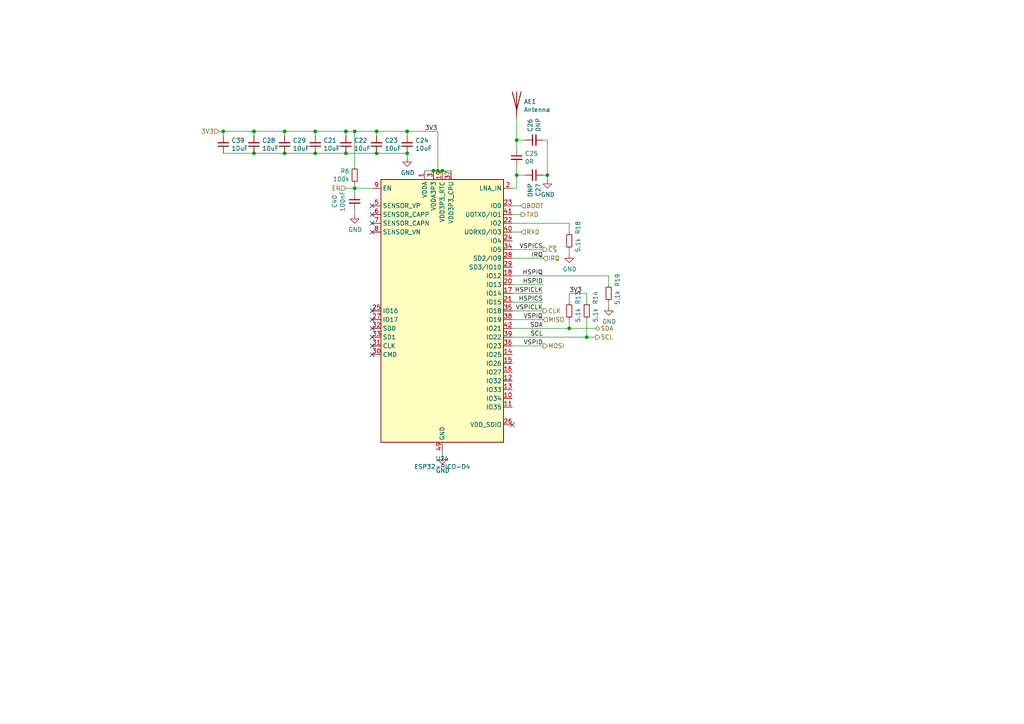
<source format=kicad_sch>
(kicad_sch (version 20211123) (generator eeschema)
  (paper "A4")
  (lib_symbols
    (symbol "Device:Antenna" (pin_numbers hide) (pin_names (offset 1.016) hide)
      (property "Reference" "AE" (at -1.905 1.905 0))
      (property "Value" "Antenna" (at -1.905 0 0))
      (symbol "Antenna_0_1"
        (polyline (pts (xy 0 2.54) (xy 0 -3.81)) (stroke (width 0.254)))
        (polyline (pts (xy 1.27 2.54) (xy 0 -2.54) (xy -1.27 2.54)) (stroke (width 0.254)))
      )
      (symbol "Antenna_1_1"
        (pin input line (at 0 -5.08 90) (length 2.54) (name "A") (number "1"))
      )
    )
    (symbol "Device:C_Small" (pin_numbers hide) (pin_names (offset 0.254) hide)
      (property "Reference" "C" (at 0.254 1.778 0))
      (property "Value" "C_Small" (at 0.254 -2.032 0))
      (symbol "C_Small_0_1"
        (polyline (pts (xy -1.524 -0.508) (xy 1.524 -0.508)) (stroke (width 0.3302)))
        (polyline (pts (xy -1.524 0.508) (xy 1.524 0.508)) (stroke (width 0.3048)))
      )
      (symbol "C_Small_1_1"
        (pin passive line (at 0 2.54 270) (length 2.032) (name "~") (number "1"))
        (pin passive line (at 0 -2.54 90) (length 2.032) (name "~") (number "2"))
      )
    )
    (symbol "Device:R_Small" (pin_numbers hide) (pin_names (offset 0.254) hide)
      (property "Reference" "R" (at 0.762 0.508 0))
      (property "Value" "R_Small" (at 0.762 -1.016 0))
      (symbol "R_Small_0_1"
        (rectangle (start -0.762 1.778) (end 0.762 -1.778) (stroke (width 0.2032)))
      )
      (symbol "R_Small_1_1"
        (pin passive line (at 0 2.54 270) (length 0.762) (name "~") (number "1"))
        (pin passive line (at 0 -2.54 90) (length 0.762) (name "~") (number "2"))
      )
    )
    (symbol "RF_Module:ESP32-PICO-D4"
      (property "Reference" "U" (at -17.78 39.37 0))
      (property "Value" "ESP32-PICO-D4" (at 3.81 39.37 0))
      (symbol "ESP32-PICO-D4_0_0"
        (pin power_in line (at -5.08 40.64 270) (length 2.54) (name "VDDA") (number "1"))
        (pin input line (at 20.32 -25.4 180) (length 2.54) (name "IO34") (number "10"))
        (pin input line (at 20.32 -27.94 180) (length 2.54) (name "IO35") (number "11"))
        (pin bidirectional line (at 20.32 -20.32 180) (length 2.54) (name "IO32") (number "12"))
        (pin bidirectional line (at 20.32 -22.86 180) (length 2.54) (name "IO33") (number "13"))
        (pin bidirectional line (at 20.32 -12.7 180) (length 2.54) (name "IO25") (number "14"))
        (pin bidirectional line (at 20.32 -15.24 180) (length 2.54) (name "IO26") (number "15"))
        (pin bidirectional line (at 20.32 -17.78 180) (length 2.54) (name "IO27") (number "16"))
        (pin bidirectional line (at 20.32 5.08 180) (length 2.54) (name "IO14") (number "17"))
        (pin bidirectional line (at 20.32 10.16 180) (length 2.54) (name "IO12") (number "18"))
        (pin power_in line (at 0 40.64 270) (length 2.54) (name "VDD3P3_RTC") (number "19"))
        (pin bidirectional line (at 20.32 35.56 180) (length 2.54) (name "LNA_IN") (number "2"))
        (pin bidirectional line (at 20.32 7.62 180) (length 2.54) (name "IO13") (number "20"))
        (pin bidirectional line (at 20.32 2.54 180) (length 2.54) (name "IO15") (number "21"))
        (pin bidirectional line (at 20.32 25.4 180) (length 2.54) (name "IO2") (number "22"))
        (pin bidirectional line (at 20.32 30.48 180) (length 2.54) (name "IO0") (number "23"))
        (pin bidirectional line (at 20.32 20.32 180) (length 2.54) (name "IO4") (number "24"))
        (pin bidirectional line (at -20.32 0 0) (length 2.54) (name "IO16") (number "25"))
        (pin power_out line (at 20.32 -33.02 180) (length 2.54) (name "VDD_SDIO") (number "26"))
        (pin bidirectional line (at -20.32 -2.54 0) (length 2.54) (name "IO17") (number "27"))
        (pin bidirectional line (at 20.32 15.24 180) (length 2.54) (name "SD2/IO9") (number "28"))
        (pin bidirectional line (at 20.32 12.7 180) (length 2.54) (name "SD3/IO10") (number "29"))
        (pin power_in line (at -2.54 40.64 270) (length 2.54) (name "VDDA3P3") (number "3"))
        (pin bidirectional line (at -20.32 -12.7 0) (length 2.54) (name "CMD") (number "30"))
        (pin bidirectional line (at -20.32 -10.16 0) (length 2.54) (name "CLK") (number "31"))
        (pin bidirectional line (at -20.32 -5.08 0) (length 2.54) (name "SD0") (number "32"))
        (pin bidirectional line (at -20.32 -7.62 0) (length 2.54) (name "SD1") (number "33"))
        (pin bidirectional line (at 20.32 17.78 180) (length 2.54) (name "IO5") (number "34"))
        (pin bidirectional line (at 20.32 0 180) (length 2.54) (name "IO18") (number "35"))
        (pin bidirectional line (at 20.32 -10.16 180) (length 2.54) (name "IO23") (number "36"))
        (pin power_in line (at 2.54 40.64 270) (length 2.54) (name "VDD3P3_CPU") (number "37"))
        (pin bidirectional line (at 20.32 -2.54 180) (length 2.54) (name "IO19") (number "38"))
        (pin bidirectional line (at 20.32 -7.62 180) (length 2.54) (name "IO22") (number "39"))
        (pin passive line (at -2.54 40.64 270) (length 2.54) hide (name "VDDA3P3") (number "4"))
        (pin bidirectional line (at 20.32 22.86 180) (length 2.54) (name "U0RXD/IO3") (number "40"))
        (pin bidirectional line (at 20.32 27.94 180) (length 2.54) (name "U0TXD/IO1") (number "41"))
        (pin bidirectional line (at 20.32 -5.08 180) (length 2.54) (name "IO21") (number "42"))
        (pin passive line (at -5.08 40.64 270) (length 2.54) hide (name "VDDA") (number "43"))
        (pin no_connect line (at -17.78 -25.4 0) (length 2.54) hide (name "XTAL_N_NC") (number "44"))
        (pin no_connect line (at -17.78 -27.94 0) (length 2.54) hide (name "XTAL_P_NC") (number "45"))
        (pin passive line (at -5.08 40.64 270) (length 2.54) hide (name "VDDA") (number "46"))
        (pin no_connect line (at -17.78 -30.48 0) (length 2.54) hide (name "CAP2_NC") (number "47"))
        (pin no_connect line (at -17.78 -33.02 0) (length 2.54) hide (name "CAP1_NC") (number "48"))
        (pin power_in line (at 0 -40.64 90) (length 2.54) (name "GND") (number "49"))
        (pin input line (at -20.32 30.48 0) (length 2.54) (name "SENSOR_VP") (number "5"))
        (pin input line (at -20.32 27.94 0) (length 2.54) (name "SENSOR_CAPP") (number "6"))
        (pin input line (at -20.32 25.4 0) (length 2.54) (name "SENSOR_CAPN") (number "7"))
        (pin input line (at -20.32 22.86 0) (length 2.54) (name "SENSOR_VN") (number "8"))
        (pin input line (at -20.32 35.56 0) (length 2.54) (name "EN") (number "9"))
      )
      (symbol "ESP32-PICO-D4_0_1"
        (rectangle (start -17.78 38.1) (end 17.78 -38.1) (stroke (width 0.254)) (fill (type background)))
      )
    )
    (symbol "power:GND" (power) (pin_names (offset 0))
      (property "Value" "GND" (at 0 -3.81 0))
      (symbol "GND_0_1"
        (polyline (pts (xy 0 0) (xy 0 -1.27) (xy 1.27 -1.27) (xy 0 -2.54) (xy -1.27 -1.27) (xy 0 -1.27)))
      )
      (symbol "GND_1_1"
        (pin power_in line (at 0 0 270) (length 0) hide (name "GND") (number "1"))
      )
    )
  )
  (junction (at 91.44 44.45))
  (junction (at 100.33 38.1))
  (junction (at 73.66 44.45))
  (junction (at 73.66 38.1))
  (junction (at 102.87 54.61))
  (junction (at 82.55 38.1))
  (junction (at 109.22 38.1))
  (junction (at 170.18 97.79))
  (junction (at 165.1 95.25))
  (junction (at 91.44 38.1))
  (junction (at 128.27 49.53))
  (junction (at 149.86 40.64))
  (junction (at 102.87 38.1))
  (junction (at 125.73 49.53))
  (junction (at 118.11 44.45))
  (junction (at 158.75 50.8))
  (junction (at 109.22 44.45))
  (junction (at 149.86 50.8))
  (junction (at 100.33 44.45))
  (junction (at 118.11 38.1))
  (junction (at 82.55 44.45))
  (junction (at 127 49.53))
  (junction (at 64.77 38.1))
  (no_connect (at 107.95 90.17))
  (no_connect (at 107.95 62.23))
  (no_connect (at 107.95 97.79))
  (no_connect (at 107.95 100.33))
  (no_connect (at 107.95 64.77))
  (no_connect (at 107.95 59.69))
  (no_connect (at 107.95 102.87))
  (no_connect (at 107.95 92.71))
  (no_connect (at 148.59 123.19))
  (no_connect (at 107.95 67.31))
  (no_connect (at 107.95 95.25))
  (wire (pts (xy 148.59 100.33) (xy 157.48 100.33)))
  (wire (pts (xy 118.11 44.45) (xy 118.11 45.72)))
  (wire (pts (xy 151.13 67.31) (xy 148.59 67.31)))
  (wire (pts (xy 73.66 38.1) (xy 73.66 39.37)))
  (wire (pts (xy 148.59 90.17) (xy 157.48 90.17)))
  (wire (pts (xy 73.66 38.1) (xy 82.55 38.1)))
  (wire (pts (xy 73.66 44.45) (xy 64.77 44.45)))
  (wire (pts (xy 102.87 38.1) (xy 100.33 38.1)))
  (wire (pts (xy 100.33 39.37) (xy 100.33 38.1)))
  (wire (pts (xy 109.22 44.45) (xy 118.11 44.45)))
  (wire (pts (xy 128.27 132.08) (xy 128.27 130.81)))
  (wire (pts (xy 152.4 50.8) (xy 149.86 50.8)))
  (wire (pts (xy 158.75 52.07) (xy 158.75 50.8)))
  (wire (pts (xy 148.59 54.61) (xy 149.86 54.61)))
  (wire (pts (xy 148.59 82.55) (xy 157.48 82.55)))
  (wire (pts (xy 149.86 54.61) (xy 149.86 50.8)))
  (wire (pts (xy 118.11 38.1) (xy 127 38.1)))
  (wire (pts (xy 149.86 34.29) (xy 149.86 40.64)))
  (wire (pts (xy 91.44 44.45) (xy 100.33 44.45)))
  (wire (pts (xy 151.13 59.69) (xy 148.59 59.69)))
  (wire (pts (xy 148.59 74.93) (xy 157.48 74.93)))
  (wire (pts (xy 165.1 73.66) (xy 165.1 72.39)))
  (wire (pts (xy 128.27 49.53) (xy 130.81 49.53)))
  (wire (pts (xy 102.87 60.96) (xy 102.87 62.23)))
  (wire (pts (xy 170.18 97.79) (xy 172.72 97.79)))
  (wire (pts (xy 125.73 49.53) (xy 127 49.53)))
  (wire (pts (xy 176.53 80.01) (xy 176.53 82.55)))
  (wire (pts (xy 176.53 88.9) (xy 176.53 87.63)))
  (wire (pts (xy 158.75 40.64) (xy 157.48 40.64)))
  (wire (pts (xy 102.87 54.61) (xy 107.95 54.61)))
  (wire (pts (xy 123.19 49.53) (xy 125.73 49.53)))
  (wire (pts (xy 148.59 97.79) (xy 170.18 97.79)))
  (wire (pts (xy 157.48 50.8) (xy 158.75 50.8)))
  (wire (pts (xy 152.4 40.64) (xy 149.86 40.64)))
  (wire (pts (xy 63.5 38.1) (xy 64.77 38.1)))
  (wire (pts (xy 64.77 39.37) (xy 64.77 38.1)))
  (wire (pts (xy 82.55 39.37) (xy 82.55 38.1)))
  (wire (pts (xy 102.87 48.26) (xy 102.87 38.1)))
  (wire (pts (xy 100.33 54.61) (xy 102.87 54.61)))
  (wire (pts (xy 170.18 92.71) (xy 170.18 97.79)))
  (wire (pts (xy 165.1 92.71) (xy 165.1 95.25)))
  (wire (pts (xy 100.33 38.1) (xy 91.44 38.1)))
  (wire (pts (xy 148.59 72.39) (xy 157.48 72.39)))
  (wire (pts (xy 127 49.53) (xy 128.27 49.53)))
  (wire (pts (xy 170.18 85.09) (xy 170.18 87.63)))
  (wire (pts (xy 151.13 62.23) (xy 148.59 62.23)))
  (wire (pts (xy 118.11 38.1) (xy 118.11 39.37)))
  (wire (pts (xy 165.1 95.25) (xy 172.72 95.25)))
  (wire (pts (xy 165.1 87.63) (xy 165.1 85.09)))
  (wire (pts (xy 158.75 50.8) (xy 158.75 40.64)))
  (wire (pts (xy 165.1 85.09) (xy 170.18 85.09)))
  (wire (pts (xy 148.59 85.09) (xy 157.48 85.09)))
  (wire (pts (xy 91.44 38.1) (xy 91.44 39.37)))
  (wire (pts (xy 165.1 64.77) (xy 165.1 67.31)))
  (wire (pts (xy 102.87 54.61) (xy 102.87 55.88)))
  (wire (pts (xy 109.22 39.37) (xy 109.22 38.1)))
  (wire (pts (xy 64.77 38.1) (xy 73.66 38.1)))
  (wire (pts (xy 148.59 80.01) (xy 176.53 80.01)))
  (wire (pts (xy 73.66 44.45) (xy 82.55 44.45)))
  (wire (pts (xy 149.86 40.64) (xy 149.86 43.18)))
  (wire (pts (xy 127 49.53) (xy 127 38.1)))
  (wire (pts (xy 102.87 53.34) (xy 102.87 54.61)))
  (wire (pts (xy 82.55 38.1) (xy 91.44 38.1)))
  (wire (pts (xy 149.86 50.8) (xy 149.86 48.26)))
  (wire (pts (xy 82.55 44.45) (xy 91.44 44.45)))
  (wire (pts (xy 148.59 64.77) (xy 165.1 64.77)))
  (wire (pts (xy 148.59 87.63) (xy 157.48 87.63)))
  (wire (pts (xy 148.59 92.71) (xy 157.48 92.71)))
  (wire (pts (xy 118.11 38.1) (xy 109.22 38.1)))
  (wire (pts (xy 148.59 95.25) (xy 165.1 95.25)))
  (wire (pts (xy 109.22 38.1) (xy 102.87 38.1)))
  (wire (pts (xy 100.33 44.45) (xy 109.22 44.45)))
  (label "HSPICS" (at 157.48 87.63 180))
  (label "VSPICLK" (at 157.48 90.17 180))
  (label "SDA" (at 157.48 95.25 180))
  (label "3V3" (at 123.19 38.1 0))
  (label "HSPIQ" (at 157.48 80.01 180))
  (label "HSPICLK" (at 157.48 85.09 180))
  (label "HSPID" (at 157.48 82.55 180))
  (label "IRQ" (at 157.48 74.93 180))
  (label "VSPICS" (at 157.48 72.39 180))
  (label "VSPID" (at 157.48 100.33 180))
  (label "SCL" (at 157.48 97.79 180))
  (label "VSPIQ" (at 157.48 92.71 180))
  (label "3V3" (at 165.1 85.09 0))
  (hierarchical_label "~{CS}" (shape output) (at 157.48 72.39 0))
  (hierarchical_label "SDA" (shape bidirectional) (at 172.72 95.25 0))
  (hierarchical_label "MOSI" (shape output) (at 157.48 100.33 0))
  (hierarchical_label "MISO" (shape input) (at 157.48 92.71 0))
  (hierarchical_label "RXD" (shape input) (at 151.13 67.31 0))
  (hierarchical_label "3V3" (shape input) (at 63.5 38.1 180))
  (hierarchical_label "TXD" (shape output) (at 151.13 62.23 0))
  (hierarchical_label "CLK" (shape output) (at 157.48 90.17 0))
  (hierarchical_label "IRQ" (shape input) (at 157.48 74.93 0))
  (hierarchical_label "SCL" (shape output) (at 172.72 97.79 0))
  (hierarchical_label "EN" (shape input) (at 100.33 54.61 180))
  (hierarchical_label "BOOT" (shape input) (at 151.13 59.69 0))
  (symbol (lib_id "RF_Module:ESP32-PICO-D4") (at 128.27 90.17 0) (unit 1)
    (property "Reference" "U24" (at 128.27 133.0706 0))
    (property "Value" "ESP32-PICO-D4" (at 128.27 135.382 0))
    (property "Footprint" "Package_ESP32:ESP32-Pico-D4" (effects hide))
    (property "Datasheet" "https://www.espressif.com/sites/default/files/documentation/esp32-pico-d4_datasheet_en.pdf" (effects hide))
    (property "LCSC" "C193707" (effects hide))
  )
  (symbol (lib_id "Device:C_Small") (at 118.11 41.91 180) (unit 1)
    (property "Reference" "C24" (at 120.4468 40.7416 0) (effects (justify right)))
    (property "Value" "10uF" (at 120.4468 43.053 0) (effects (justify right)))
    (property "Footprint" "Capacitor_SMD:C_0402_1005Metric" (effects hide))
    (property "LCSC" "C15525" (effects hide))
  )
  (symbol (lib_id "power:GND") (at 118.11 45.72 0) (unit 1)
    (property "Reference" "#PWR0163" (effects hide))
    (property "Value" "GND" (at 118.237 50.1142 0))
  )
  (symbol (lib_id "Device:C_Small") (at 109.22 41.91 180) (unit 1)
    (property "Reference" "C23" (at 111.5568 40.7416 0) (effects (justify right)))
    (property "Value" "10uF" (at 111.5568 43.053 0) (effects (justify right)))
    (property "Footprint" "Capacitor_SMD:C_0402_1005Metric" (effects hide))
    (property "LCSC" "C15525" (effects hide))
  )
  (symbol (lib_id "Device:C_Small") (at 100.33 41.91 180) (unit 1)
    (property "Reference" "C22" (at 102.6668 40.7416 0) (effects (justify right)))
    (property "Value" "10uF" (at 102.6668 43.053 0) (effects (justify right)))
    (property "Footprint" "Capacitor_SMD:C_0402_1005Metric" (effects hide))
    (property "LCSC" "C15525" (effects hide))
  )
  (symbol (lib_id "Device:C_Small") (at 91.44 41.91 180) (unit 1)
    (property "Reference" "C21" (at 93.7768 40.7416 0) (effects (justify right)))
    (property "Value" "10uF" (at 93.7768 43.053 0) (effects (justify right)))
    (property "Footprint" "Capacitor_SMD:C_0402_1005Metric" (effects hide))
    (property "LCSC" "C15525" (effects hide))
  )
  (symbol (lib_id "power:GND") (at 128.27 132.08 0) (unit 1)
    (property "Reference" "#PWR0164" (effects hide))
    (property "Value" "GND" (at 128.397 136.4742 0))
  )
  (symbol (lib_id "Device:C_Small") (at 149.86 45.72 0) (unit 1)
    (property "Reference" "C25" (at 152.1968 44.5516 0) (effects (justify left)))
    (property "Value" "0R" (at 152.1968 46.863 0) (effects (justify left)))
    (property "Footprint" "Capacitor_SMD:C_0402_1005Metric" (effects hide))
    (property "LCSC" "C17168" (effects hide))
  )
  (symbol (lib_id "Device:C_Small") (at 154.94 50.8 270) (unit 1)
    (property "Reference" "C27" (at 156.1084 53.1368 0) (effects (justify left)))
    (property "Value" "DNP" (at 153.797 53.1368 0) (effects (justify left)))
    (property "Footprint" "Capacitor_SMD:C_0402_1005Metric" (effects hide))
  )
  (symbol (lib_id "Device:C_Small") (at 154.94 40.64 90) (unit 1)
    (property "Reference" "C26" (at 153.7716 38.3032 0) (effects (justify left)))
    (property "Value" "DNP" (at 156.083 38.3032 0) (effects (justify left)))
    (property "Footprint" "Capacitor_SMD:C_0402_1005Metric" (effects hide))
  )
  (symbol (lib_id "Device:Antenna") (at 149.86 29.21 0) (unit 1)
    (property "Reference" "AE1" (at 151.892 29.4894 0) (effects (justify left)))
    (property "Value" "Antenna" (at 151.892 31.8008 0) (effects (justify left)))
    (property "Footprint" "Antenna_SMD_Molex:2065130001" (effects hide))
  )
  (symbol (lib_id "power:GND") (at 158.75 52.07 0) (unit 1)
    (property "Reference" "#PWR0165" (effects hide))
    (property "Value" "GND" (at 158.877 56.4642 0))
  )
  (symbol (lib_id "Device:C_Small") (at 82.55 41.91 180) (unit 1)
    (property "Reference" "C29" (at 84.8868 40.7416 0) (effects (justify right)))
    (property "Value" "10uF" (at 84.8868 43.053 0) (effects (justify right)))
    (property "Footprint" "Capacitor_SMD:C_0402_1005Metric" (effects hide))
    (property "LCSC" "C15525" (effects hide))
  )
  (symbol (lib_id "Device:C_Small") (at 73.66 41.91 180) (unit 1)
    (property "Reference" "C28" (at 75.9968 40.7416 0) (effects (justify right)))
    (property "Value" "10uF" (at 75.9968 43.053 0) (effects (justify right)))
    (property "Footprint" "Capacitor_SMD:C_0402_1005Metric" (effects hide))
    (property "LCSC" "C15525" (effects hide))
  )
  (symbol (lib_id "Device:C_Small") (at 64.77 41.91 180) (unit 1)
    (property "Reference" "C39" (at 67.1068 40.7416 0) (effects (justify right)))
    (property "Value" "10uF" (at 67.1068 43.053 0) (effects (justify right)))
    (property "Footprint" "Capacitor_SMD:C_0402_1005Metric" (effects hide))
    (property "LCSC" "C15525" (effects hide))
  )
  (symbol (lib_id "Device:R_Small") (at 102.87 50.8 0) (mirror x)
    (property "Reference" "R6" (at 101.3968 49.6316 0) (effects (justify right)))
    (property "Value" "100k" (at 101.3968 51.943 0) (effects (justify right)))
    (property "Footprint" "Resistor_SMD:R_0402_1005Metric" (effects hide))
    (property "LCSC" "C25741" (effects hide))
  )
  (symbol (lib_id "Device:C_Small") (at 102.87 58.42 0)
    (property "Reference" "C40" (at 97.0534 58.42 90))
    (property "Value" "100nF" (at 99.3648 58.42 90))
    (property "Footprint" "Capacitor_SMD:C_0402_1005Metric" (effects hide))
    (property "LCSC" "C1525" (effects hide))
  )
  (symbol (lib_id "power:GND") (at 102.87 62.23 0) (unit 1)
    (property "Reference" "#PWR0181" (effects hide))
    (property "Value" "GND" (at 102.997 66.6242 0))
  )
  (symbol (lib_id "Device:R_Small") (at 165.1 90.17 0) (mirror y)
    (property "Reference" "R13" (at 167.64 86.36 90))
    (property "Value" "5.1k" (at 167.64 91.44 90))
    (property "Footprint" "Resistor_SMD:R_0402_1005Metric" (effects hide))
    (property "LCSC" "C23186" (effects hide))
  )
  (symbol (lib_id "Device:R_Small") (at 170.18 90.17 0) (mirror y)
    (property "Reference" "R14" (at 172.72 86.36 90))
    (property "Value" "5.1k" (at 172.72 91.44 90))
    (property "Footprint" "Resistor_SMD:R_0402_1005Metric" (effects hide))
    (property "LCSC" "C23186" (effects hide))
  )
  (symbol (lib_id "Device:R_Small") (at 165.1 69.85 0) (mirror y)
    (property "Reference" "R18" (at 167.64 66.04 90))
    (property "Value" "5.1k" (at 167.64 71.12 90))
    (property "Footprint" "Resistor_SMD:R_0402_1005Metric" (effects hide))
    (property "LCSC" "C23186" (effects hide))
  )
  (symbol (lib_id "power:GND") (at 165.1 73.66 0) (unit 1)
    (property "Reference" "#PWR0201" (effects hide))
    (property "Value" "GND" (at 165.227 78.0542 0))
  )
  (symbol (lib_id "Device:R_Small") (at 176.53 85.09 0) (mirror y)
    (property "Reference" "R19" (at 179.07 81.28 90))
    (property "Value" "5.1k" (at 179.07 86.36 90))
    (property "Footprint" "Resistor_SMD:R_0402_1005Metric" (effects hide))
    (property "LCSC" "C23186" (effects hide))
  )
  (symbol (lib_id "power:GND") (at 176.53 88.9 0) (unit 1)
    (property "Reference" "#PWR0202" (effects hide))
    (property "Value" "GND" (at 176.657 93.2942 0))
  )
)
</source>
